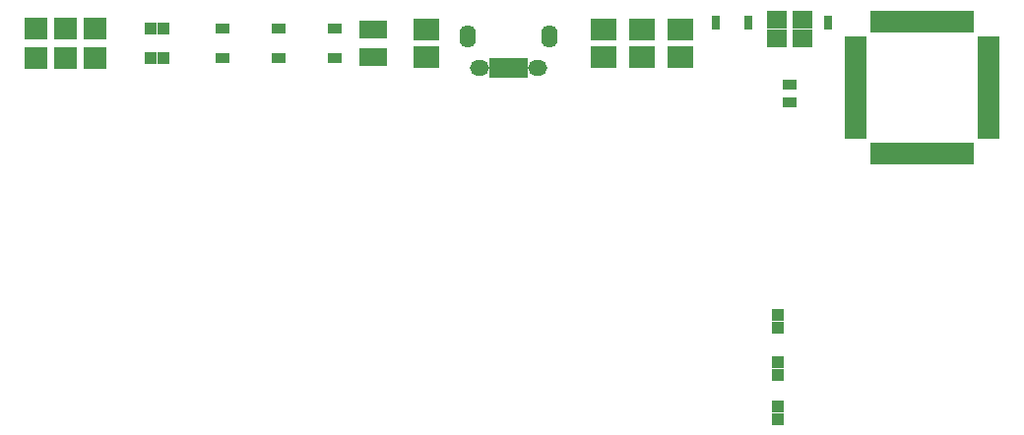
<source format=gbr>
G04 #@! TF.FileFunction,Soldermask,Bot*
%FSLAX46Y46*%
G04 Gerber Fmt 4.6, Leading zero omitted, Abs format (unit mm)*
G04 Created by KiCad (PCBNEW 4.0.4-stable) date Tuesday, 07 February 2017 'PMt' 22:27:04*
%MOMM*%
%LPD*%
G01*
G04 APERTURE LIST*
%ADD10C,0.100000*%
%ADD11R,1.900000X0.950000*%
%ADD12R,0.950000X1.900000*%
%ADD13R,0.800000X1.750000*%
%ADD14O,1.650000X1.350000*%
%ADD15O,1.400000X1.950000*%
%ADD16R,1.100000X1.000000*%
%ADD17R,2.429460X1.540460*%
%ADD18R,1.800000X1.600000*%
%ADD19R,2.200000X1.950000*%
%ADD20R,0.750000X0.700000*%
%ADD21R,1.000000X1.100000*%
%ADD22R,0.680000X0.830000*%
G04 APERTURE END LIST*
D10*
D11*
X191912000Y-82740000D03*
X191912000Y-81940000D03*
X191912000Y-81140000D03*
X191912000Y-80340000D03*
X191912000Y-79540000D03*
X191912000Y-78740000D03*
X191912000Y-77940000D03*
X191912000Y-77140000D03*
X191912000Y-76340000D03*
X191912000Y-75540000D03*
X191912000Y-74740000D03*
D12*
X193612000Y-73040000D03*
X194412000Y-73040000D03*
X195212000Y-73040000D03*
X196012000Y-73040000D03*
X196812000Y-73040000D03*
X197612000Y-73040000D03*
X198412000Y-73040000D03*
X199212000Y-73040000D03*
X200012000Y-73040000D03*
X200812000Y-73040000D03*
X201612000Y-73040000D03*
D11*
X203312000Y-74740000D03*
X203312000Y-75540000D03*
X203312000Y-76340000D03*
X203312000Y-77140000D03*
X203312000Y-77940000D03*
X203312000Y-78740000D03*
X203312000Y-79540000D03*
X203312000Y-80340000D03*
X203312000Y-81140000D03*
X203312000Y-81940000D03*
X203312000Y-82740000D03*
D12*
X201612000Y-84440000D03*
X200812000Y-84440000D03*
X200012000Y-84440000D03*
X199212000Y-84440000D03*
X198412000Y-84440000D03*
X197612000Y-84440000D03*
X196812000Y-84440000D03*
X196012000Y-84440000D03*
X195212000Y-84440000D03*
X194412000Y-84440000D03*
X193612000Y-84440000D03*
D13*
X160751100Y-77000540D03*
X161401100Y-77000540D03*
X162051100Y-77000540D03*
X162701100Y-77000540D03*
X163351100Y-77000540D03*
D14*
X159551100Y-77000540D03*
X164551100Y-77000540D03*
D15*
X158551100Y-74300540D03*
X165551100Y-74300540D03*
D10*
G36*
X127454000Y-72698000D02*
X127454000Y-74622000D01*
X125530000Y-74622000D01*
X125530000Y-72698000D01*
X127454000Y-72698000D01*
X127454000Y-72698000D01*
G37*
G36*
X124914000Y-72698000D02*
X124914000Y-74622000D01*
X122990000Y-74622000D01*
X122990000Y-72698000D01*
X124914000Y-72698000D01*
X124914000Y-72698000D01*
G37*
G36*
X122374000Y-72698000D02*
X122374000Y-74622000D01*
X120450000Y-74622000D01*
X120450000Y-72698000D01*
X122374000Y-72698000D01*
X122374000Y-72698000D01*
G37*
G36*
X122374000Y-75238000D02*
X122374000Y-77162000D01*
X120450000Y-77162000D01*
X120450000Y-75238000D01*
X122374000Y-75238000D01*
X122374000Y-75238000D01*
G37*
G36*
X124914000Y-75238000D02*
X124914000Y-77162000D01*
X122990000Y-77162000D01*
X122990000Y-75238000D01*
X124914000Y-75238000D01*
X124914000Y-75238000D01*
G37*
G36*
X127454000Y-75238000D02*
X127454000Y-77162000D01*
X125530000Y-77162000D01*
X125530000Y-75238000D01*
X127454000Y-75238000D01*
X127454000Y-75238000D01*
G37*
D16*
X185166000Y-98256000D03*
X185166000Y-99356000D03*
X185166000Y-102320000D03*
X185166000Y-103420000D03*
X185166000Y-106130000D03*
X185166000Y-107230000D03*
D17*
X150368000Y-76133960D03*
X150368000Y-73726040D03*
D18*
X185082000Y-72860000D03*
X187282000Y-72860000D03*
X185082000Y-74460000D03*
X187282000Y-74460000D03*
D19*
X154940000Y-76105000D03*
X154940000Y-73755000D03*
X176784000Y-76105000D03*
X176784000Y-73755000D03*
D20*
X182626000Y-73427000D03*
X182626000Y-72877000D03*
X179832000Y-73427000D03*
X179832000Y-72877000D03*
X189484000Y-72877000D03*
X189484000Y-73427000D03*
D19*
X173482000Y-76105000D03*
X173482000Y-73755000D03*
X170180000Y-76105000D03*
X170180000Y-73755000D03*
D21*
X131276000Y-76200000D03*
X132376000Y-76200000D03*
X131276000Y-73660000D03*
X132376000Y-73660000D03*
D22*
X186437000Y-78486000D03*
X185927000Y-78486000D03*
X186437000Y-80010000D03*
X185927000Y-80010000D03*
X146811000Y-73660000D03*
X147321000Y-73660000D03*
X142495000Y-73660000D03*
X141985000Y-73660000D03*
X137669000Y-73660000D03*
X137159000Y-73660000D03*
X137159000Y-76200000D03*
X137669000Y-76200000D03*
X147321000Y-76200000D03*
X146811000Y-76200000D03*
X142495000Y-76200000D03*
X141985000Y-76200000D03*
M02*

</source>
